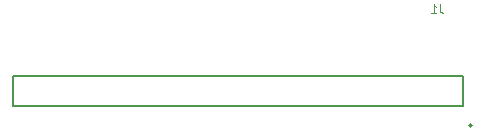
<source format=gbo>
G04 #@! TF.GenerationSoftware,KiCad,Pcbnew,(6.0.5)*
G04 #@! TF.CreationDate,2022-09-09T14:32:12-04:00*
G04 #@! TF.ProjectId,backplane-breaout-big,6261636b-706c-4616-9e65-2d627265616f,rev?*
G04 #@! TF.SameCoordinates,Original*
G04 #@! TF.FileFunction,Legend,Bot*
G04 #@! TF.FilePolarity,Positive*
%FSLAX46Y46*%
G04 Gerber Fmt 4.6, Leading zero omitted, Abs format (unit mm)*
G04 Created by KiCad (PCBNEW (6.0.5)) date 2022-09-09 14:32:12*
%MOMM*%
%LPD*%
G01*
G04 APERTURE LIST*
%ADD10C,0.125000*%
%ADD11C,0.200000*%
G04 APERTURE END LIST*
D10*
X138870000Y-39459285D02*
X138870000Y-39995000D01*
X138905714Y-40102142D01*
X138977142Y-40173571D01*
X139084285Y-40209285D01*
X139155714Y-40209285D01*
X138120000Y-40209285D02*
X138548571Y-40209285D01*
X138334285Y-40209285D02*
X138334285Y-39459285D01*
X138405714Y-39566428D01*
X138477142Y-39637857D01*
X138548571Y-39673571D01*
D11*
X102695000Y-48075000D02*
X140795000Y-48075000D01*
X140795000Y-48075000D02*
X140795000Y-45565000D01*
X102695000Y-45565000D02*
X102695000Y-48075000D01*
X102695000Y-45565000D02*
X140795000Y-45565000D01*
X141545000Y-49745000D02*
G75*
G03*
X141545000Y-49745000I-100000J0D01*
G01*
M02*

</source>
